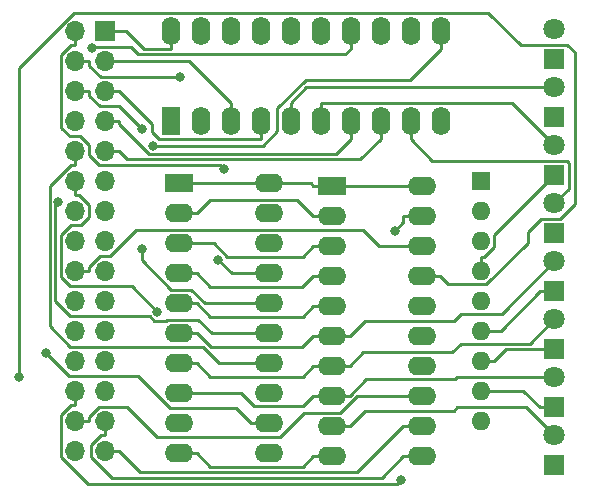
<source format=gbr>
%TF.GenerationSoftware,KiCad,Pcbnew,6.0.2+dfsg-1*%
%TF.CreationDate,2023-02-24T13:33:49-05:00*%
%TF.ProjectId,Register,52656769-7374-4657-922e-6b696361645f,rev?*%
%TF.SameCoordinates,Original*%
%TF.FileFunction,Copper,L1,Top*%
%TF.FilePolarity,Positive*%
%FSLAX46Y46*%
G04 Gerber Fmt 4.6, Leading zero omitted, Abs format (unit mm)*
G04 Created by KiCad (PCBNEW 6.0.2+dfsg-1) date 2023-02-24 13:33:49*
%MOMM*%
%LPD*%
G01*
G04 APERTURE LIST*
%TA.AperFunction,ComponentPad*%
%ADD10R,1.700000X1.700000*%
%TD*%
%TA.AperFunction,ComponentPad*%
%ADD11O,1.700000X1.700000*%
%TD*%
%TA.AperFunction,ComponentPad*%
%ADD12R,1.800000X1.800000*%
%TD*%
%TA.AperFunction,ComponentPad*%
%ADD13C,1.800000*%
%TD*%
%TA.AperFunction,ComponentPad*%
%ADD14R,2.400000X1.600000*%
%TD*%
%TA.AperFunction,ComponentPad*%
%ADD15O,2.400000X1.600000*%
%TD*%
%TA.AperFunction,ComponentPad*%
%ADD16R,1.600000X2.400000*%
%TD*%
%TA.AperFunction,ComponentPad*%
%ADD17O,1.600000X2.400000*%
%TD*%
%TA.AperFunction,ComponentPad*%
%ADD18R,1.600000X1.600000*%
%TD*%
%TA.AperFunction,ComponentPad*%
%ADD19O,1.600000X1.600000*%
%TD*%
%TA.AperFunction,ViaPad*%
%ADD20C,0.800000*%
%TD*%
%TA.AperFunction,Conductor*%
%ADD21C,0.250000*%
%TD*%
G04 APERTURE END LIST*
D10*
%TO.P,J1,1,Pin_1*%
%TO.N,VCC*%
X45430000Y-56345000D03*
D11*
%TO.P,J1,2,Pin_2*%
%TO.N,/RD_{0}*%
X42890000Y-56345000D03*
%TO.P,J1,3,Pin_3*%
%TO.N,/D_{0}*%
X45430000Y-58885000D03*
%TO.P,J1,4,Pin_4*%
%TO.N,/RD_{1}*%
X42890000Y-58885000D03*
%TO.P,J1,5,Pin_5*%
%TO.N,/D_{1}*%
X45430000Y-61425000D03*
%TO.P,J1,6,Pin_6*%
%TO.N,/RD_{2}*%
X42890000Y-61425000D03*
%TO.P,J1,7,Pin_7*%
%TO.N,/D_{2}*%
X45430000Y-63965000D03*
%TO.P,J1,8,Pin_8*%
%TO.N,/RD_{3}*%
X42890000Y-63965000D03*
%TO.P,J1,9,Pin_9*%
%TO.N,/D_{3}*%
X45430000Y-66505000D03*
%TO.P,J1,10,Pin_10*%
%TO.N,/RD_{4}*%
X42890000Y-66505000D03*
%TO.P,J1,11,Pin_11*%
%TO.N,/D_{4}*%
X45430000Y-69045000D03*
%TO.P,J1,12,Pin_12*%
%TO.N,/RD_{5}*%
X42890000Y-69045000D03*
%TO.P,J1,13,Pin_13*%
%TO.N,/D_{5}*%
X45430000Y-71585000D03*
%TO.P,J1,14,Pin_14*%
%TO.N,/RD_{6}*%
X42890000Y-71585000D03*
%TO.P,J1,15,Pin_15*%
%TO.N,/D_{6}*%
X45430000Y-74125000D03*
%TO.P,J1,16,Pin_16*%
%TO.N,/RD_{7}*%
X42890000Y-74125000D03*
%TO.P,J1,17,Pin_17*%
%TO.N,/D_{7}*%
X45430000Y-76665000D03*
%TO.P,J1,18,Pin_18*%
%TO.N,/RS_{0}*%
X42890000Y-76665000D03*
%TO.P,J1,19,Pin_19*%
%TO.N,/CLK*%
X45430000Y-79205000D03*
%TO.P,J1,20,Pin_20*%
%TO.N,/RS_{1}*%
X42890000Y-79205000D03*
%TO.P,J1,21,Pin_21*%
%TO.N,/RB_{E}*%
X45430000Y-81745000D03*
%TO.P,J1,22,Pin_22*%
%TO.N,/RS_{2}*%
X42890000Y-81745000D03*
%TO.P,J1,23,Pin_23*%
%TO.N,/RD_{E}*%
X45430000Y-84285000D03*
%TO.P,J1,24,Pin_24*%
%TO.N,/RS_{3}*%
X42890000Y-84285000D03*
%TO.P,J1,25,Pin_25*%
%TO.N,/RS_{E}*%
X45430000Y-86825000D03*
%TO.P,J1,26,Pin_26*%
%TO.N,/RS_{4}*%
X42890000Y-86825000D03*
%TO.P,J1,27,Pin_27*%
%TO.N,/RS_{7}*%
X45430000Y-89365000D03*
%TO.P,J1,28,Pin_28*%
%TO.N,/RS_{5}*%
X42890000Y-89365000D03*
%TO.P,J1,29,Pin_29*%
%TO.N,/RS_{6}*%
X45430000Y-91905000D03*
%TO.P,J1,30,Pin_30*%
%TO.N,GND*%
X42890000Y-91905000D03*
%TD*%
D12*
%TO.P,D3,1,K*%
%TO.N,Net-(D3-Pad1)*%
X83470000Y-68555000D03*
D13*
%TO.P,D3,2,A*%
%TO.N,Net-(U1-Pad6)*%
X83470000Y-66015000D03*
%TD*%
D14*
%TO.P,U3,1,A->B*%
%TO.N,Net-(U2-Pad1)*%
X64600000Y-69435000D03*
D15*
%TO.P,U3,2,A0*%
%TO.N,Net-(U1-Pad2)*%
X64600000Y-71975000D03*
%TO.P,U3,3,A1*%
%TO.N,Net-(U1-Pad5)*%
X64600000Y-74515000D03*
%TO.P,U3,4,A2*%
%TO.N,Net-(U1-Pad6)*%
X64600000Y-77055000D03*
%TO.P,U3,5,A3*%
%TO.N,Net-(U1-Pad9)*%
X64600000Y-79595000D03*
%TO.P,U3,6,A4*%
%TO.N,Net-(U1-Pad12)*%
X64600000Y-82135000D03*
%TO.P,U3,7,A5*%
%TO.N,Net-(U1-Pad15)*%
X64600000Y-84675000D03*
%TO.P,U3,8,A6*%
%TO.N,Net-(U1-Pad16)*%
X64600000Y-87215000D03*
%TO.P,U3,9,A7*%
%TO.N,Net-(U1-Pad19)*%
X64600000Y-89755000D03*
%TO.P,U3,10,GND*%
%TO.N,GND*%
X64600000Y-92295000D03*
%TO.P,U3,11,B7*%
%TO.N,/RS_{7}*%
X72220000Y-92295000D03*
%TO.P,U3,12,B6*%
%TO.N,/RS_{6}*%
X72220000Y-89755000D03*
%TO.P,U3,13,B5*%
%TO.N,/RS_{5}*%
X72220000Y-87215000D03*
%TO.P,U3,14,B4*%
%TO.N,/RS_{4}*%
X72220000Y-84675000D03*
%TO.P,U3,15,B3*%
%TO.N,/RS_{3}*%
X72220000Y-82135000D03*
%TO.P,U3,16,B2*%
%TO.N,/RS_{2}*%
X72220000Y-79595000D03*
%TO.P,U3,17,B1*%
%TO.N,/RS_{1}*%
X72220000Y-77055000D03*
%TO.P,U3,18,B0*%
%TO.N,/RS_{0}*%
X72220000Y-74515000D03*
%TO.P,U3,19,CE*%
%TO.N,/RS_{E}*%
X72220000Y-71975000D03*
%TO.P,U3,20,VCC*%
%TO.N,Net-(U2-Pad1)*%
X72220000Y-69435000D03*
%TD*%
D12*
%TO.P,D7,1,K*%
%TO.N,Net-(D7-Pad1)*%
X83470000Y-88185000D03*
D13*
%TO.P,D7,2,A*%
%TO.N,Net-(U1-Pad16)*%
X83470000Y-85645000D03*
%TD*%
D14*
%TO.P,U2,1,A->B*%
%TO.N,Net-(U2-Pad1)*%
X51660000Y-69215000D03*
D15*
%TO.P,U2,2,A0*%
%TO.N,Net-(U1-Pad2)*%
X51660000Y-71755000D03*
%TO.P,U2,3,A1*%
%TO.N,Net-(U1-Pad5)*%
X51660000Y-74295000D03*
%TO.P,U2,4,A2*%
%TO.N,Net-(U1-Pad6)*%
X51660000Y-76835000D03*
%TO.P,U2,5,A3*%
%TO.N,Net-(U1-Pad9)*%
X51660000Y-79375000D03*
%TO.P,U2,6,A4*%
%TO.N,Net-(U1-Pad12)*%
X51660000Y-81915000D03*
%TO.P,U2,7,A5*%
%TO.N,Net-(U1-Pad15)*%
X51660000Y-84455000D03*
%TO.P,U2,8,A6*%
%TO.N,Net-(U1-Pad16)*%
X51660000Y-86995000D03*
%TO.P,U2,9,A7*%
%TO.N,Net-(U1-Pad19)*%
X51660000Y-89535000D03*
%TO.P,U2,10,GND*%
%TO.N,GND*%
X51660000Y-92075000D03*
%TO.P,U2,11,B7*%
%TO.N,/RD_{7}*%
X59280000Y-92075000D03*
%TO.P,U2,12,B6*%
%TO.N,/RD_{6}*%
X59280000Y-89535000D03*
%TO.P,U2,13,B5*%
%TO.N,/RD_{5}*%
X59280000Y-86995000D03*
%TO.P,U2,14,B4*%
%TO.N,/RD_{4}*%
X59280000Y-84455000D03*
%TO.P,U2,15,B3*%
%TO.N,/RD_{3}*%
X59280000Y-81915000D03*
%TO.P,U2,16,B2*%
%TO.N,/RD_{2}*%
X59280000Y-79375000D03*
%TO.P,U2,17,B1*%
%TO.N,/RD_{1}*%
X59280000Y-76835000D03*
%TO.P,U2,18,B0*%
%TO.N,/RD_{0}*%
X59280000Y-74295000D03*
%TO.P,U2,19,CE*%
%TO.N,/RD_{E}*%
X59280000Y-71755000D03*
%TO.P,U2,20,VCC*%
%TO.N,Net-(U2-Pad1)*%
X59280000Y-69215000D03*
%TD*%
D12*
%TO.P,D4,1,K*%
%TO.N,Net-(D4-Pad1)*%
X83470000Y-73465000D03*
D13*
%TO.P,D4,2,A*%
%TO.N,Net-(U1-Pad9)*%
X83470000Y-70925000D03*
%TD*%
D12*
%TO.P,D1,1,K*%
%TO.N,Net-(D1-Pad1)*%
X83470000Y-58730000D03*
D13*
%TO.P,D1,2,A*%
%TO.N,Net-(U1-Pad2)*%
X83470000Y-56190000D03*
%TD*%
D16*
%TO.P,U1,1,~{E}*%
%TO.N,/RB_{E}*%
X50980000Y-63960000D03*
D17*
%TO.P,U1,2,Q0*%
%TO.N,Net-(U1-Pad2)*%
X53520000Y-63960000D03*
%TO.P,U1,3,D0*%
%TO.N,/D_{0}*%
X56060000Y-63960000D03*
%TO.P,U1,4,D1*%
%TO.N,/D_{1}*%
X58600000Y-63960000D03*
%TO.P,U1,5,Q1*%
%TO.N,Net-(U1-Pad5)*%
X61140000Y-63960000D03*
%TO.P,U1,6,Q2*%
%TO.N,Net-(U1-Pad6)*%
X63680000Y-63960000D03*
%TO.P,U1,7,D2*%
%TO.N,/D_{2}*%
X66220000Y-63960000D03*
%TO.P,U1,8,D3*%
%TO.N,/D_{3}*%
X68760000Y-63960000D03*
%TO.P,U1,9,Q3*%
%TO.N,Net-(U1-Pad9)*%
X71300000Y-63960000D03*
%TO.P,U1,10,GND*%
%TO.N,GND*%
X73840000Y-63960000D03*
%TO.P,U1,11,CP*%
%TO.N,/CLK*%
X73840000Y-56340000D03*
%TO.P,U1,12,Q4*%
%TO.N,Net-(U1-Pad12)*%
X71300000Y-56340000D03*
%TO.P,U1,13,D4*%
%TO.N,/D_{4}*%
X68760000Y-56340000D03*
%TO.P,U1,14,D5*%
%TO.N,/D_{5}*%
X66220000Y-56340000D03*
%TO.P,U1,15,Q5*%
%TO.N,Net-(U1-Pad15)*%
X63680000Y-56340000D03*
%TO.P,U1,16,Q6*%
%TO.N,Net-(U1-Pad16)*%
X61140000Y-56340000D03*
%TO.P,U1,17,D6*%
%TO.N,/D_{6}*%
X58600000Y-56340000D03*
%TO.P,U1,18,D7*%
%TO.N,/D_{7}*%
X56060000Y-56340000D03*
%TO.P,U1,19,Q7*%
%TO.N,Net-(U1-Pad19)*%
X53520000Y-56340000D03*
%TO.P,U1,20,VCC*%
%TO.N,VCC*%
X50980000Y-56340000D03*
%TD*%
D12*
%TO.P,D8,1,K*%
%TO.N,Net-(D8-Pad1)*%
X83470000Y-93095000D03*
D13*
%TO.P,D8,2,A*%
%TO.N,Net-(U1-Pad19)*%
X83470000Y-90555000D03*
%TD*%
D18*
%TO.P,RN1,1,R1.1*%
%TO.N,GND*%
X77270000Y-68990000D03*
D19*
%TO.P,RN1,2,R1.2*%
%TO.N,Net-(D1-Pad1)*%
X77270000Y-71530000D03*
%TO.P,RN1,3,R2.2*%
%TO.N,Net-(D2-Pad1)*%
X77270000Y-74070000D03*
%TO.P,RN1,4,R3.2*%
%TO.N,Net-(D3-Pad1)*%
X77270000Y-76610000D03*
%TO.P,RN1,5,R4.2*%
%TO.N,Net-(D4-Pad1)*%
X77270000Y-79150000D03*
%TO.P,RN1,6,R5.2*%
%TO.N,Net-(D5-Pad1)*%
X77270000Y-81690000D03*
%TO.P,RN1,7,R6.2*%
%TO.N,Net-(D6-Pad1)*%
X77270000Y-84230000D03*
%TO.P,RN1,8,R7.2*%
%TO.N,Net-(D7-Pad1)*%
X77270000Y-86770000D03*
%TO.P,RN1,9,R8.2*%
%TO.N,Net-(D8-Pad1)*%
X77270000Y-89310000D03*
%TD*%
D12*
%TO.P,D6,1,K*%
%TO.N,Net-(D6-Pad1)*%
X83470000Y-83275000D03*
D13*
%TO.P,D6,2,A*%
%TO.N,Net-(U1-Pad15)*%
X83470000Y-80735000D03*
%TD*%
D12*
%TO.P,D5,1,K*%
%TO.N,Net-(D5-Pad1)*%
X83470000Y-78375000D03*
D13*
%TO.P,D5,2,A*%
%TO.N,Net-(U1-Pad12)*%
X83470000Y-75835000D03*
%TD*%
D12*
%TO.P,D2,1,K*%
%TO.N,Net-(D2-Pad1)*%
X83470000Y-63640000D03*
D13*
%TO.P,D2,2,A*%
%TO.N,Net-(U1-Pad5)*%
X83470000Y-61100000D03*
%TD*%
D20*
%TO.N,/RS_{4}*%
X70454900Y-94361700D03*
%TO.N,/RS_{E}*%
X70000900Y-73234900D03*
%TO.N,/RS_{1}*%
X38122500Y-85612500D03*
%TO.N,/CLK*%
X49511100Y-66032900D03*
%TO.N,/RD_{6}*%
X40416400Y-83633000D03*
%TO.N,/D_{5}*%
X44353200Y-57806900D03*
%TO.N,/RD_{5}*%
X49856500Y-80093800D03*
%TO.N,/RD_{3}*%
X41461200Y-70767000D03*
%TO.N,/RD_{2}*%
X48520900Y-74795600D03*
X48535400Y-64601800D03*
%TO.N,/RD_{1}*%
X55021500Y-75702000D03*
X51797400Y-60245700D03*
%TO.N,/RD_{0}*%
X55507500Y-68048900D03*
%TD*%
D21*
%TO.N,Net-(D7-Pad1)*%
X80829900Y-86770000D02*
X82244900Y-88185000D01*
X77270000Y-86770000D02*
X80829900Y-86770000D01*
X83470000Y-88185000D02*
X82244900Y-88185000D01*
%TO.N,Net-(D6-Pad1)*%
X79350100Y-83275000D02*
X78395100Y-84230000D01*
X83470000Y-83275000D02*
X79350100Y-83275000D01*
X77270000Y-84230000D02*
X78395100Y-84230000D01*
%TO.N,Net-(D5-Pad1)*%
X78929900Y-81690000D02*
X77270000Y-81690000D01*
X82244900Y-78375000D02*
X78929900Y-81690000D01*
X83470000Y-78375000D02*
X82244900Y-78375000D01*
%TO.N,Net-(D3-Pad1)*%
X78395100Y-73629900D02*
X83470000Y-68555000D01*
X78395100Y-74641200D02*
X78395100Y-73629900D01*
X77551400Y-75484900D02*
X78395100Y-74641200D01*
X77270000Y-75484900D02*
X77551400Y-75484900D01*
X77270000Y-76610000D02*
X77270000Y-75484900D01*
%TO.N,Net-(U2-Pad1)*%
X62854900Y-69215000D02*
X63074900Y-69435000D01*
X59280000Y-69215000D02*
X62854900Y-69215000D01*
X64600000Y-69435000D02*
X63074900Y-69435000D01*
X72220000Y-69435000D02*
X64600000Y-69435000D01*
X59280000Y-69215000D02*
X57754900Y-69215000D01*
X51660000Y-69215000D02*
X53185100Y-69215000D01*
X53185100Y-69215000D02*
X57754900Y-69215000D01*
%TO.N,Net-(U1-Pad19)*%
X67395100Y-88485000D02*
X66125100Y-89755000D01*
X74947700Y-88485000D02*
X67395100Y-88485000D01*
X75247900Y-88184800D02*
X74947700Y-88485000D01*
X81099800Y-88184800D02*
X75247900Y-88184800D01*
X83470000Y-90555000D02*
X81099800Y-88184800D01*
X64600000Y-89755000D02*
X66125100Y-89755000D01*
%TO.N,Net-(U1-Pad16)*%
X67539900Y-85800200D02*
X66125100Y-87215000D01*
X75092500Y-85800200D02*
X67539900Y-85800200D01*
X75247900Y-85644800D02*
X75092500Y-85800200D01*
X83469800Y-85644800D02*
X75247900Y-85644800D01*
X83470000Y-85645000D02*
X83469800Y-85644800D01*
X65362600Y-87215000D02*
X66125100Y-87215000D01*
X65362600Y-87215000D02*
X64600000Y-87215000D01*
X56935000Y-86995000D02*
X51660000Y-86995000D01*
X58060200Y-88120200D02*
X56935000Y-86995000D01*
X62169700Y-88120200D02*
X58060200Y-88120200D01*
X63074900Y-87215000D02*
X62169700Y-88120200D01*
X64600000Y-87215000D02*
X63074900Y-87215000D01*
%TO.N,Net-(U1-Pad15)*%
X54315100Y-85585000D02*
X53185100Y-84455000D01*
X62164900Y-85585000D02*
X54315100Y-85585000D01*
X63074900Y-84675000D02*
X62164900Y-85585000D01*
X64600000Y-84675000D02*
X63074900Y-84675000D01*
X51660000Y-84455000D02*
X53185100Y-84455000D01*
X67259500Y-83540600D02*
X66125100Y-84675000D01*
X74812100Y-83540600D02*
X67259500Y-83540600D01*
X75537500Y-82815200D02*
X74812100Y-83540600D01*
X81389800Y-82815200D02*
X75537500Y-82815200D01*
X83470000Y-80735000D02*
X81389800Y-82815200D01*
X64600000Y-84675000D02*
X66125100Y-84675000D01*
%TO.N,Net-(U1-Pad12)*%
X67395100Y-80865000D02*
X66125100Y-82135000D01*
X74947700Y-80865000D02*
X67395100Y-80865000D01*
X75537500Y-80275200D02*
X74947700Y-80865000D01*
X79029800Y-80275200D02*
X75537500Y-80275200D01*
X83470000Y-75835000D02*
X79029800Y-80275200D01*
X65362600Y-82135000D02*
X66125100Y-82135000D01*
X65362600Y-82135000D02*
X64600000Y-82135000D01*
X64600000Y-82135000D02*
X63074900Y-82135000D01*
X51660000Y-81915000D02*
X53185100Y-81915000D01*
X54360500Y-83090400D02*
X53185100Y-81915000D01*
X62119500Y-83090400D02*
X54360500Y-83090400D01*
X63074900Y-82135000D02*
X62119500Y-83090400D01*
%TO.N,Net-(U1-Pad9)*%
X84695200Y-69699800D02*
X83470000Y-70925000D01*
X84695200Y-67468900D02*
X84695200Y-69699800D01*
X84556100Y-67329800D02*
X84695200Y-67468900D01*
X73144700Y-67329800D02*
X84556100Y-67329800D01*
X71300000Y-65485100D02*
X73144700Y-67329800D01*
X71300000Y-63960000D02*
X71300000Y-65485100D01*
X62156200Y-80513700D02*
X63074900Y-79595000D01*
X54323800Y-80513700D02*
X62156200Y-80513700D01*
X53185100Y-79375000D02*
X54323800Y-80513700D01*
X51660000Y-79375000D02*
X53185100Y-79375000D01*
X64600000Y-79595000D02*
X63074900Y-79595000D01*
%TO.N,Net-(U1-Pad6)*%
X51660000Y-76835000D02*
X53185100Y-76835000D01*
X64600000Y-77055000D02*
X63074900Y-77055000D01*
X63680000Y-63960000D02*
X63680000Y-62434900D01*
X79889900Y-62434900D02*
X63680000Y-62434900D01*
X83470000Y-66015000D02*
X79889900Y-62434900D01*
X62141200Y-77988700D02*
X63074900Y-77055000D01*
X54338800Y-77988700D02*
X62141200Y-77988700D01*
X53185100Y-76835000D02*
X54338800Y-77988700D01*
%TO.N,Net-(U1-Pad5)*%
X51660000Y-74295000D02*
X53185100Y-74295000D01*
X64600000Y-74515000D02*
X63074900Y-74515000D01*
X54640000Y-74295000D02*
X53185100Y-74295000D01*
X55773600Y-75428600D02*
X54640000Y-74295000D01*
X62161300Y-75428600D02*
X55773600Y-75428600D01*
X63074900Y-74515000D02*
X62161300Y-75428600D01*
X62474900Y-61100000D02*
X61140000Y-62434900D01*
X83470000Y-61100000D02*
X62474900Y-61100000D01*
X61140000Y-63960000D02*
X61140000Y-62434900D01*
%TO.N,Net-(U1-Pad2)*%
X61715300Y-70615400D02*
X63074900Y-71975000D01*
X54324700Y-70615400D02*
X61715300Y-70615400D01*
X53185100Y-71755000D02*
X54324700Y-70615400D01*
X51660000Y-71755000D02*
X53185100Y-71755000D01*
X64600000Y-71975000D02*
X63074900Y-71975000D01*
%TO.N,GND*%
X54326700Y-93216600D02*
X53185100Y-92075000D01*
X62153300Y-93216600D02*
X54326700Y-93216600D01*
X63074900Y-92295000D02*
X62153300Y-93216600D01*
X64600000Y-92295000D02*
X63074900Y-92295000D01*
X51660000Y-92075000D02*
X53185100Y-92075000D01*
%TO.N,/RS_{6}*%
X72220000Y-89755000D02*
X70694900Y-89755000D01*
X45430000Y-91905000D02*
X46605100Y-91905000D01*
X48394200Y-93694100D02*
X46605100Y-91905000D01*
X66755800Y-93694100D02*
X48394200Y-93694100D01*
X70694900Y-89755000D02*
X66755800Y-93694100D01*
%TO.N,/RS_{5}*%
X42890000Y-89365000D02*
X44065100Y-89365000D01*
X66761800Y-87215000D02*
X72220000Y-87215000D01*
X65347000Y-88629800D02*
X66761800Y-87215000D01*
X62296800Y-88629800D02*
X65347000Y-88629800D01*
X60214800Y-90711800D02*
X62296800Y-88629800D01*
X49825000Y-90711800D02*
X60214800Y-90711800D01*
X47301200Y-88188000D02*
X49825000Y-90711800D01*
X44874900Y-88188000D02*
X47301200Y-88188000D01*
X44065100Y-88997800D02*
X44874900Y-88188000D01*
X44065100Y-89365000D02*
X44065100Y-88997800D01*
%TO.N,/RS_{7}*%
X45064700Y-90540100D02*
X45430000Y-90540100D01*
X44234000Y-91370800D02*
X45064700Y-90540100D01*
X44234000Y-92374300D02*
X44234000Y-91370800D01*
X46013900Y-94154200D02*
X44234000Y-92374300D01*
X68835700Y-94154200D02*
X46013900Y-94154200D01*
X70694900Y-92295000D02*
X68835700Y-94154200D01*
X72220000Y-92295000D02*
X70694900Y-92295000D01*
X45430000Y-89365000D02*
X45430000Y-90540100D01*
%TO.N,/RS_{4}*%
X42890000Y-86825000D02*
X42890000Y-88000100D01*
X42524700Y-88000100D02*
X42890000Y-88000100D01*
X41695800Y-88829000D02*
X42524700Y-88000100D01*
X41695800Y-92381200D02*
X41695800Y-88829000D01*
X43969400Y-94654800D02*
X41695800Y-92381200D01*
X70161800Y-94654800D02*
X43969400Y-94654800D01*
X70454900Y-94361700D02*
X70161800Y-94654800D01*
%TO.N,/RS_{E}*%
X72220000Y-71975000D02*
X70694900Y-71975000D01*
X70694900Y-72540900D02*
X70000900Y-73234900D01*
X70694900Y-71975000D02*
X70694900Y-72540900D01*
%TO.N,/RS_{1}*%
X38122500Y-59449500D02*
X38122500Y-85612500D01*
X42796300Y-54775700D02*
X38122500Y-59449500D01*
X77883800Y-54775700D02*
X42796300Y-54775700D01*
X80612900Y-57504800D02*
X77883800Y-54775700D01*
X84538700Y-57504800D02*
X80612900Y-57504800D01*
X85175200Y-58141300D02*
X84538700Y-57504800D01*
X85175200Y-70995400D02*
X85175200Y-58141300D01*
X83930800Y-72239800D02*
X85175200Y-70995400D01*
X82331400Y-72239800D02*
X83930800Y-72239800D01*
X81218900Y-73352300D02*
X82331400Y-72239800D01*
X81218900Y-74252600D02*
X81218900Y-73352300D01*
X77694600Y-77776900D02*
X81218900Y-74252600D01*
X74467000Y-77776900D02*
X77694600Y-77776900D01*
X73745100Y-77055000D02*
X74467000Y-77776900D01*
X72220000Y-77055000D02*
X73745100Y-77055000D01*
%TO.N,/CLK*%
X58775500Y-66032900D02*
X49511100Y-66032900D01*
X60014800Y-64793600D02*
X58775500Y-66032900D01*
X60014800Y-62890500D02*
X60014800Y-64793600D01*
X62464400Y-60440900D02*
X60014800Y-62890500D01*
X71264200Y-60440900D02*
X62464400Y-60440900D01*
X73840000Y-57865100D02*
X71264200Y-60440900D01*
X73840000Y-56340000D02*
X73840000Y-57865100D01*
%TO.N,/RS_{0}*%
X42890000Y-76665000D02*
X44065100Y-76665000D01*
X44065100Y-76299700D02*
X44065100Y-76665000D01*
X44969800Y-75395000D02*
X44065100Y-76299700D01*
X45842900Y-75395000D02*
X44969800Y-75395000D01*
X48068100Y-73169800D02*
X45842900Y-75395000D01*
X67241900Y-73169800D02*
X48068100Y-73169800D01*
X68587100Y-74515000D02*
X67241900Y-73169800D01*
X72220000Y-74515000D02*
X68587100Y-74515000D01*
%TO.N,/RD_{6}*%
X59280000Y-89535000D02*
X57754900Y-89535000D01*
X42338400Y-85555000D02*
X40416400Y-83633000D01*
X48184500Y-85555000D02*
X42338400Y-85555000D01*
X50894500Y-88265000D02*
X48184500Y-85555000D01*
X56484900Y-88265000D02*
X50894500Y-88265000D01*
X57754900Y-89535000D02*
X56484900Y-88265000D01*
%TO.N,/D_{5}*%
X44467500Y-57692600D02*
X44353200Y-57806900D01*
X47634500Y-57692600D02*
X44467500Y-57692600D01*
X48257100Y-58315200D02*
X47634500Y-57692600D01*
X65769900Y-58315200D02*
X48257100Y-58315200D01*
X66220000Y-57865100D02*
X65769900Y-58315200D01*
X66220000Y-56340000D02*
X66220000Y-57865100D01*
%TO.N,/RD_{5}*%
X42890000Y-69045000D02*
X42890000Y-70220100D01*
X43255200Y-70220100D02*
X42890000Y-70220100D01*
X44067000Y-71031900D02*
X43255200Y-70220100D01*
X44067000Y-72108900D02*
X44067000Y-71031900D01*
X43415700Y-72760200D02*
X44067000Y-72108900D01*
X42559000Y-72760200D02*
X43415700Y-72760200D01*
X41681000Y-73638200D02*
X42559000Y-72760200D01*
X41681000Y-77171200D02*
X41681000Y-73638200D01*
X42444800Y-77935000D02*
X41681000Y-77171200D01*
X47697700Y-77935000D02*
X42444800Y-77935000D01*
X49856500Y-80093800D02*
X47697700Y-77935000D01*
%TO.N,/RD_{4}*%
X42890000Y-66505000D02*
X42890000Y-67680100D01*
X42522800Y-67680100D02*
X42890000Y-67680100D01*
X40729800Y-69473100D02*
X42522800Y-67680100D01*
X40729800Y-81320400D02*
X40729800Y-69473100D01*
X42499800Y-83090400D02*
X40729800Y-81320400D01*
X53693300Y-83090400D02*
X42499800Y-83090400D01*
X55057900Y-84455000D02*
X53693300Y-83090400D01*
X59280000Y-84455000D02*
X55057900Y-84455000D01*
%TO.N,/D_{3}*%
X68760000Y-63960000D02*
X68760000Y-65485100D01*
X45430000Y-66505000D02*
X46605100Y-66505000D01*
X67037000Y-67208100D02*
X68760000Y-65485100D01*
X47308200Y-67208100D02*
X67037000Y-67208100D01*
X46605100Y-66505000D02*
X47308200Y-67208100D01*
%TO.N,/RD_{3}*%
X41179900Y-71048300D02*
X41461200Y-70767000D01*
X41179900Y-79221400D02*
X41179900Y-71048300D01*
X42433500Y-80475000D02*
X41179900Y-79221400D01*
X49212300Y-80475000D02*
X42433500Y-80475000D01*
X49579100Y-80841800D02*
X49212300Y-80475000D01*
X50595200Y-80841800D02*
X49579100Y-80841800D01*
X50664400Y-80772600D02*
X50595200Y-80841800D01*
X53316000Y-80772600D02*
X50664400Y-80772600D01*
X54458400Y-81915000D02*
X53316000Y-80772600D01*
X59280000Y-81915000D02*
X54458400Y-81915000D01*
%TO.N,/D_{2}*%
X66220000Y-63960000D02*
X66220000Y-65485100D01*
X45430000Y-63965000D02*
X46605100Y-63965000D01*
X64947100Y-66758000D02*
X66220000Y-65485100D01*
X49124100Y-66758000D02*
X64947100Y-66758000D01*
X46605100Y-64239000D02*
X49124100Y-66758000D01*
X46605100Y-63965000D02*
X46605100Y-64239000D01*
%TO.N,/RD_{2}*%
X48520900Y-75724500D02*
X48520900Y-74795600D01*
X51046200Y-78249800D02*
X48520900Y-75724500D01*
X52734800Y-78249800D02*
X51046200Y-78249800D01*
X53860000Y-79375000D02*
X52734800Y-78249800D01*
X59280000Y-79375000D02*
X53860000Y-79375000D01*
X42890000Y-61425000D02*
X44065100Y-61425000D01*
X44065100Y-61790300D02*
X44065100Y-61425000D01*
X44969800Y-62695000D02*
X44065100Y-61790300D01*
X46628600Y-62695000D02*
X44969800Y-62695000D01*
X48535400Y-64601800D02*
X46628600Y-62695000D01*
%TO.N,/D_{1}*%
X45430000Y-61425000D02*
X46605100Y-61425000D01*
X58600000Y-63960000D02*
X58600000Y-65485100D01*
X49380800Y-64200700D02*
X46605100Y-61425000D01*
X49380800Y-64861700D02*
X49380800Y-64200700D01*
X50004200Y-65485100D02*
X49380800Y-64861700D01*
X58600000Y-65485100D02*
X50004200Y-65485100D01*
%TO.N,/RD_{1}*%
X42890000Y-58885000D02*
X44065100Y-58885000D01*
X45060500Y-60245700D02*
X51797400Y-60245700D01*
X44065100Y-59250300D02*
X45060500Y-60245700D01*
X44065100Y-58885000D02*
X44065100Y-59250300D01*
X56154500Y-76835000D02*
X55021500Y-75702000D01*
X59280000Y-76835000D02*
X56154500Y-76835000D01*
%TO.N,/D_{0}*%
X56060000Y-63960000D02*
X56060000Y-62434900D01*
X45430000Y-58885000D02*
X46605100Y-58885000D01*
X52510100Y-58885000D02*
X56060000Y-62434900D01*
X46605100Y-58885000D02*
X52510100Y-58885000D01*
%TO.N,/RD_{0}*%
X42890000Y-56345000D02*
X42890000Y-57520100D01*
X55138800Y-67680200D02*
X55507500Y-68048900D01*
X44904300Y-67680200D02*
X55138800Y-67680200D01*
X44065200Y-66841100D02*
X44904300Y-67680200D01*
X44065200Y-65979300D02*
X44065200Y-66841100D01*
X43320900Y-65235000D02*
X44065200Y-65979300D01*
X42417400Y-65235000D02*
X43320900Y-65235000D01*
X41692500Y-64510100D02*
X42417400Y-65235000D01*
X41692500Y-58352300D02*
X41692500Y-64510100D01*
X42524700Y-57520100D02*
X41692500Y-58352300D01*
X42890000Y-57520100D02*
X42524700Y-57520100D01*
%TO.N,VCC*%
X50980000Y-56340000D02*
X50980000Y-57865100D01*
X45430000Y-56345000D02*
X46605100Y-56345000D01*
X47241700Y-56345000D02*
X46605100Y-56345000D01*
X48761800Y-57865100D02*
X47241700Y-56345000D01*
X50980000Y-57865100D02*
X48761800Y-57865100D01*
%TD*%
M02*

</source>
